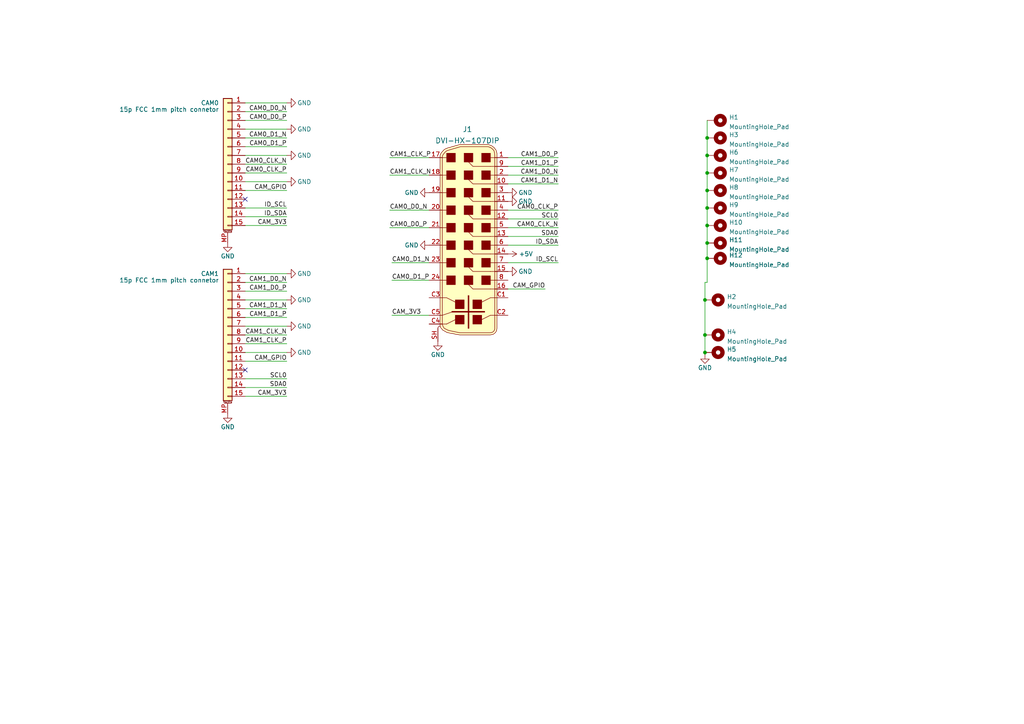
<source format=kicad_sch>
(kicad_sch (version 20211123) (generator eeschema)
  (paper "A4")
  (lib_symbols
    (symbol "Connector_Generic_MountingPin:Conn_01x15_MountingPin" (pin_names (offset 1.016) hide)
      (property "Reference" "J" (at 0 20.32 0))
      (property "Value" "Conn_01x15_MountingPin" (at 1.27 -20.32 0))
      (symbol "Conn_01x15_MountingPin_1_1"
        (rectangle (start -1.27 -17.653) (end 0 -17.907) (stroke (width 0.1524)))
        (rectangle (start -1.27 -15.113) (end 0 -15.367) (stroke (width 0.1524)))
        (rectangle (start -1.27 -12.573) (end 0 -12.827) (stroke (width 0.1524)))
        (rectangle (start -1.27 -10.033) (end 0 -10.287) (stroke (width 0.1524)))
        (rectangle (start -1.27 -7.493) (end 0 -7.747) (stroke (width 0.1524)))
        (rectangle (start -1.27 -4.953) (end 0 -5.207) (stroke (width 0.1524)))
        (rectangle (start -1.27 -2.413) (end 0 -2.667) (stroke (width 0.1524)))
        (rectangle (start -1.27 0.127) (end 0 -0.127) (stroke (width 0.1524)))
        (rectangle (start -1.27 2.667) (end 0 2.413) (stroke (width 0.1524)))
        (rectangle (start -1.27 5.207) (end 0 4.953) (stroke (width 0.1524)))
        (rectangle (start -1.27 7.747) (end 0 7.493) (stroke (width 0.1524)))
        (rectangle (start -1.27 10.287) (end 0 10.033) (stroke (width 0.1524)))
        (rectangle (start -1.27 12.827) (end 0 12.573) (stroke (width 0.1524)))
        (rectangle (start -1.27 15.367) (end 0 15.113) (stroke (width 0.1524)))
        (rectangle (start -1.27 17.907) (end 0 17.653) (stroke (width 0.1524)))
        (rectangle (start -1.27 19.05) (end 1.27 -19.05) (stroke (width 0.254)) (fill (type background)))
        (polyline (pts (xy -1.016 -19.812) (xy 1.016 -19.812)) (stroke (width 0.1524)))
        (text "Mounting" (at 0 -19.431 0) (effects (font (size 0.381 0.381))))
        (pin passive line (at -5.08 17.78 0) (length 3.81) (name "Pin_1") (number "1"))
        (pin passive line (at -5.08 -5.08 0) (length 3.81) (name "Pin_10") (number "10"))
        (pin passive line (at -5.08 -7.62 0) (length 3.81) (name "Pin_11") (number "11"))
        (pin passive line (at -5.08 -10.16 0) (length 3.81) (name "Pin_12") (number "12"))
        (pin passive line (at -5.08 -12.7 0) (length 3.81) (name "Pin_13") (number "13"))
        (pin passive line (at -5.08 -15.24 0) (length 3.81) (name "Pin_14") (number "14"))
        (pin passive line (at -5.08 -17.78 0) (length 3.81) (name "Pin_15") (number "15"))
        (pin passive line (at -5.08 15.24 0) (length 3.81) (name "Pin_2") (number "2"))
        (pin passive line (at -5.08 12.7 0) (length 3.81) (name "Pin_3") (number "3"))
        (pin passive line (at -5.08 10.16 0) (length 3.81) (name "Pin_4") (number "4"))
        (pin passive line (at -5.08 7.62 0) (length 3.81) (name "Pin_5") (number "5"))
        (pin passive line (at -5.08 5.08 0) (length 3.81) (name "Pin_6") (number "6"))
        (pin passive line (at -5.08 2.54 0) (length 3.81) (name "Pin_7") (number "7"))
        (pin passive line (at -5.08 0 0) (length 3.81) (name "Pin_8") (number "8"))
        (pin passive line (at -5.08 -2.54 0) (length 3.81) (name "Pin_9") (number "9"))
        (pin passive line (at 0 -22.86 90) (length 3.048) (name "MountPin") (number "MP"))
      )
    )
    (symbol "Mechanical:MountingHole_Pad" (pin_numbers hide) (pin_names (offset 1.016) hide)
      (property "Reference" "H" (at 0 6.35 0))
      (property "Value" "MountingHole_Pad" (at 0 4.445 0))
      (symbol "MountingHole_Pad_0_1"
        (circle (center 0 1.27) (radius 1.27) (stroke (width 1.27)))
      )
      (symbol "MountingHole_Pad_1_1"
        (pin input line (at 0 -2.54 90) (length 2.54) (name "1") (number "1"))
      )
    )
    (symbol "dk_USB-DVI-HDMI-Connectors:74320-9010" (pin_names (offset 1.016))
      (property "Reference" "J" (at -8.255 27.305 0))
      (property "Value" "74320-9010" (at -2.54 -29.845 0))
      (symbol "74320-9010_0_1"
        (arc (start -9.525 -26.035) (mid -9.9792 -26.2158) (end -10.16 -26.67))
        (rectangle (start -5.08 -11.43) (end -7.62 -13.97) (fill (type outline)))
        (rectangle (start -5.08 -6.35) (end -7.62 -8.89) (fill (type outline)))
        (rectangle (start -5.08 -1.27) (end -7.62 -3.81) (fill (type outline)))
        (rectangle (start -5.08 3.81) (end -7.62 1.27) (fill (type outline)))
        (rectangle (start -5.08 8.89) (end -7.62 6.35) (fill (type outline)))
        (rectangle (start -5.08 13.97) (end -7.62 11.43) (fill (type outline)))
        (rectangle (start -5.08 19.05) (end -7.62 16.51) (fill (type outline)))
        (rectangle (start -5.08 24.13) (end -7.62 21.59) (fill (type outline)))
        (rectangle (start -2.54 -22.86) (end -5.08 -25.4) (fill (type outline)))
        (rectangle (start -2.54 -18.415) (end -5.08 -20.955) (fill (type outline)))
        (rectangle (start -1.397 -17.145) (end -1.143 -26.67) (fill (type outline)))
        (rectangle (start 0 -11.43) (end -2.54 -13.97) (fill (type outline)))
        (rectangle (start 0 -6.35) (end -2.54 -8.89) (fill (type outline)))
        (rectangle (start 0 -1.27) (end -2.54 -3.81) (fill (type outline)))
        (polyline (pts (xy -8.89 -22.86) (xy -5.842 -21.844)))
        (polyline (pts (xy -7.62 -25.4) (xy -8.89 -25.4)))
        (polyline (pts (xy -7.62 -25.4) (xy -5.08 -24.13)))
        (polyline (pts (xy -7.62 -17.78) (xy -8.89 -17.78)))
        (polyline (pts (xy -7.62 -17.78) (xy -5.08 -19.05)))
        (polyline (pts (xy -7.62 -12.7) (xy -8.89 -12.7)))
        (polyline (pts (xy -7.62 -7.62) (xy -8.89 -7.62)))
        (polyline (pts (xy -7.62 -2.54) (xy -8.89 -2.54)))
        (polyline (pts (xy -7.62 2.54) (xy -8.89 2.54)))
        (polyline (pts (xy -7.62 7.62) (xy -8.89 7.62)))
        (polyline (pts (xy -7.62 12.7) (xy -8.89 12.7)))
        (polyline (pts (xy -7.62 17.78) (xy -8.89 17.78)))
        (polyline (pts (xy -7.62 22.86) (xy -8.89 22.86)))
        (polyline (pts (xy 5.08 -22.86) (xy 2.54 -24.13)))
        (polyline (pts (xy 5.08 -17.78) (xy 2.54 -19.05)))
        (polyline (pts (xy 5.08 22.86) (xy 5.08 22.86)))
        (polyline (pts (xy 6.35 -22.86) (xy 5.08 -22.86)))
        (polyline (pts (xy 6.35 -17.78) (xy 5.08 -17.78)))
        (polyline (pts (xy 6.35 -15.24) (xy 5.08 -15.24)))
        (polyline (pts (xy 6.35 -12.7) (xy 5.08 -12.7)))
        (polyline (pts (xy 6.35 -10.16) (xy 5.08 -10.16)))
        (polyline (pts (xy 6.35 -7.62) (xy 5.08 -7.62)))
        (polyline (pts (xy 6.35 -5.08) (xy 5.08 -5.08)))
        (polyline (pts (xy 6.35 -2.54) (xy 5.08 -2.54)))
        (polyline (pts (xy 6.35 0) (xy 5.08 0)))
        (polyline (pts (xy 6.35 2.54) (xy 5.08 2.54)))
        (polyline (pts (xy 6.35 5.08) (xy 5.08 5.08)))
        (polyline (pts (xy 6.35 7.62) (xy 5.08 7.62)))
        (polyline (pts (xy 6.35 10.16) (xy 5.08 10.16)))
        (polyline (pts (xy 6.35 12.7) (xy 5.08 12.7)))
        (polyline (pts (xy 6.35 15.24) (xy 5.08 15.24)))
        (polyline (pts (xy 6.35 17.78) (xy 5.08 17.78)))
        (polyline (pts (xy 6.35 20.32) (xy 5.08 20.32)))
        (polyline (pts (xy 6.35 22.86) (xy 5.08 22.86)))
        (polyline (pts (xy -1.27 -13.97) (xy 0 -15.24) (xy 5.08 -15.24)))
        (polyline (pts (xy -1.27 -8.89) (xy 0 -10.16) (xy 5.08 -10.16)))
        (polyline (pts (xy -1.27 -3.81) (xy 0 -5.08) (xy 5.08 -5.08)))
        (polyline (pts (xy -1.27 1.27) (xy 0 0) (xy 5.08 0)))
        (polyline (pts (xy -1.27 6.35) (xy 0 5.08) (xy 5.08 5.08)))
        (polyline (pts (xy -1.27 11.43) (xy 0 10.16) (xy 5.08 10.16)))
        (polyline (pts (xy -1.27 16.51) (xy 0 15.24) (xy 5.08 15.24)))
        (polyline (pts (xy -1.27 21.59) (xy 0 20.32) (xy 5.08 20.32)))
        (polyline (pts (xy 6.985 -26.67) (xy 6.985 24.13) (xy 6.6802 25.0952) (xy 6.1214 25.8064) (xy 5.4102 26.3144) (xy 4.445 26.67) (xy -3.7338 26.67) (xy -5.1054 26.289) (xy -7.5946 25.5778) (xy -8.3058 25.2222) (xy -8.8646 24.6126) (xy -9.2456 24.1046) (xy -9.4234 23.8506) (xy -9.525 23.495) (xy -9.525 -26.035) (xy -9.2964 -26.4922) (xy -8.763 -27.1526) (xy -7.4422 -27.8892) (xy -3.81 -28.575) (xy 5.08 -28.575) (xy 5.9182 -28.3718) (xy 6.5024 -27.9146) (xy 6.858 -27.3812) (xy 6.985 -26.67)) (fill (type background)))
        (polyline (pts (xy -8.89 22.86) (xy -8.8646 23.1648) (xy -8.763 23.5204) (xy -8.5852 23.7998) (xy -8.3058 24.1554) (xy -8.128 24.384) (xy -8.001 24.511) (xy -7.493 24.892) (xy -6.223 25.273) (xy -3.6068 26.035) (xy 0.635 26.035) (xy 4.445 26.035) (xy 5.1816 25.7556) (xy 5.6642 25.3746) (xy 5.8674 25.146) (xy 6.096 24.9174) (xy 6.1722 24.638) (xy 6.223 24.4094) (xy 6.2992 24.1046) (xy 6.35 23.495) (xy 6.35 -26.67) (xy 6.35 -26.8732) (xy 6.2484 -27.1272) (xy 6.0706 -27.4574) (xy 5.8928 -27.6352) (xy 5.6134 -27.813) (xy 5.3594 -27.8892) (xy 5.207 -27.8892) (xy 5.08 -27.94) (xy -3.81 -27.94) (xy -6.858 -27.305) (xy -7.239 -27.178) (xy -7.747 -26.924) (xy -8.001 -26.797) (xy -8.255 -26.67) (xy -8.382 -26.543) (xy -8.636 -26.162) (xy -8.6106 -26.2128) (xy -8.6868 -25.9842) (xy -8.763 -25.7556) (xy -8.8392 -25.5016) (xy -8.89 -25.4) (xy -8.89 22.86)) (fill (type background)))
        (rectangle (start 0 3.81) (end -2.54 1.27) (fill (type outline)))
        (rectangle (start 0 8.89) (end -2.54 6.35) (fill (type outline)))
        (rectangle (start 0 13.97) (end -2.54 11.43) (fill (type outline)))
        (rectangle (start 0 19.05) (end -2.54 16.51) (fill (type outline)))
        (rectangle (start 0 24.13) (end -2.54 21.59) (fill (type outline)))
        (rectangle (start 2.54 -22.86) (end 0 -25.4) (fill (type outline)))
        (rectangle (start 2.54 -18.415) (end 0 -20.955) (fill (type outline)))
        (rectangle (start 5.08 -11.43) (end 2.54 -13.97) (fill (type outline)))
        (rectangle (start 5.08 -6.35) (end 2.54 -8.89) (fill (type outline)))
        (rectangle (start 5.08 -1.27) (end 2.54 -3.81) (fill (type outline)))
        (rectangle (start 5.08 3.81) (end 2.54 1.27) (fill (type outline)))
        (rectangle (start 5.08 8.89) (end 2.54 6.35) (fill (type outline)))
        (rectangle (start 5.08 13.97) (end 2.54 11.43) (fill (type outline)))
        (rectangle (start 5.08 19.05) (end 2.54 16.51) (fill (type outline)))
        (rectangle (start 5.08 24.13) (end 2.54 21.59) (fill (type outline)))
      )
      (symbol "74320-9010_1_1"
        (rectangle (start -6.096 -21.971) (end 3.429 -21.717) (fill (type outline)))
        (pin passive line (at 10.16 22.86 180) (length 3.81) (name "~") (number "1"))
        (pin passive line (at 10.16 15.24 180) (length 3.81) (name "~") (number "10"))
        (pin passive line (at 10.16 10.16 180) (length 3.81) (name "~") (number "11"))
        (pin passive line (at 10.16 5.08 180) (length 3.81) (name "~") (number "12"))
        (pin passive line (at 10.16 0 180) (length 3.81) (name "~") (number "13"))
        (pin passive line (at 10.16 -5.08 180) (length 3.81) (name "~") (number "14"))
        (pin passive line (at 10.16 -10.16 180) (length 3.81) (name "~") (number "15"))
        (pin passive line (at 10.16 -15.24 180) (length 3.81) (name "~") (number "16"))
        (pin passive line (at -12.7 22.86 0) (length 3.81) (name "~") (number "17"))
        (pin passive line (at -12.7 17.78 0) (length 3.81) (name "~") (number "18"))
        (pin passive line (at -12.7 12.7 0) (length 3.81) (name "~") (number "19"))
        (pin passive line (at 10.16 17.78 180) (length 3.81) (name "~") (number "2"))
        (pin passive line (at -12.7 7.62 0) (length 3.81) (name "~") (number "20"))
        (pin passive line (at -12.7 2.54 0) (length 3.81) (name "~") (number "21"))
        (pin passive line (at -12.7 -2.54 0) (length 3.81) (name "~") (number "22"))
        (pin passive line (at -12.7 -7.62 0) (length 3.81) (name "~") (number "23"))
        (pin passive line (at -12.7 -12.7 0) (length 3.81) (name "~") (number "24"))
        (pin passive line (at 10.16 12.7 180) (length 3.81) (name "~") (number "3"))
        (pin passive line (at 10.16 7.62 180) (length 3.81) (name "~") (number "4"))
        (pin passive line (at 10.16 2.54 180) (length 3.81) (name "~") (number "5"))
        (pin passive line (at 10.16 -2.54 180) (length 3.81) (name "~") (number "6"))
        (pin passive line (at 10.16 -7.62 180) (length 3.81) (name "~") (number "7"))
        (pin passive line (at 10.16 -12.7 180) (length 3.81) (name "~") (number "8"))
        (pin passive line (at 10.16 20.32 180) (length 3.81) (name "~") (number "9"))
        (pin passive line (at 10.16 -17.78 180) (length 3.81) (name "~") (number "C1"))
        (pin passive line (at 10.16 -22.86 180) (length 3.81) (name "~") (number "C2"))
        (pin passive line (at -12.7 -17.78 0) (length 3.81) (name "~") (number "C3"))
        (pin passive line (at -12.7 -25.4 0) (length 3.81) (name "~") (number "C4"))
        (pin passive line (at -12.7 -22.86 0) (length 3.81) (name "~") (number "C5"))
        (pin passive line (at -10.16 -30.48 90) (length 3.81) (name "~") (number "SH"))
      )
    )
    (symbol "power:+5V" (power) (pin_names (offset 0))
      (property "Value" "+5V" (at 0 3.556 0))
      (symbol "+5V_0_1"
        (polyline (pts (xy -0.762 1.27) (xy 0 2.54)))
        (polyline (pts (xy 0 0) (xy 0 2.54)))
        (polyline (pts (xy 0 2.54) (xy 0.762 1.27)))
      )
      (symbol "+5V_1_1"
        (pin power_in line (at 0 0 90) (length 0) hide (name "+5V") (number "1"))
      )
    )
    (symbol "power:GND" (power) (pin_names (offset 0))
      (property "Value" "GND" (at 0 -3.81 0))
      (symbol "GND_0_1"
        (polyline (pts (xy 0 0) (xy 0 -1.27) (xy 1.27 -1.27) (xy 0 -2.54) (xy -1.27 -1.27) (xy 0 -1.27)))
      )
      (symbol "GND_1_1"
        (pin power_in line (at 0 0 270) (length 0) hide (name "GND") (number "1"))
      )
    )
  )
  (junction (at 204.47 97.155))
  (junction (at 205.105 40.005))
  (junction (at 205.105 65.405))
  (junction (at 205.105 50.165))
  (junction (at 205.105 74.93))
  (junction (at 204.47 86.995))
  (junction (at 205.105 55.245))
  (junction (at 205.105 60.325))
  (junction (at 205.105 70.485))
  (junction (at 205.105 45.085))
  (junction (at 204.47 102.235))
  (no_connect (at 71.12 57.785))
  (no_connect (at 71.12 107.315))
  (wire (pts (xy 204.47 86.995) (xy 204.47 97.155)))
  (wire (pts (xy 71.12 81.915) (xy 83.185 81.915)))
  (wire (pts (xy 71.12 97.155) (xy 83.185 97.155)))
  (wire (pts (xy 71.12 94.615) (xy 83.185 94.615)))
  (wire (pts (xy 71.12 79.375) (xy 83.185 79.375)))
  (wire (pts (xy 71.12 84.455) (xy 83.185 84.455)))
  (wire (pts (xy 71.12 86.995) (xy 83.185 86.995)))
  (wire (pts (xy 205.105 65.405) (xy 205.105 70.485)))
  (wire (pts (xy 71.12 89.535) (xy 83.185 89.535)))
  (wire (pts (xy 204.47 81.915) (xy 204.47 86.995)))
  (wire (pts (xy 205.105 55.245) (xy 205.105 60.325)))
  (wire (pts (xy 147.32 60.96) (xy 161.925 60.96)))
  (wire (pts (xy 205.105 60.325) (xy 205.105 65.405)))
  (wire (pts (xy 147.32 68.58) (xy 161.925 68.58)))
  (wire (pts (xy 71.12 92.075) (xy 83.185 92.075)))
  (wire (pts (xy 71.12 34.925) (xy 83.185 34.925)))
  (wire (pts (xy 71.12 55.245) (xy 83.185 55.245)))
  (wire (pts (xy 113.665 76.2) (xy 124.46 76.2)))
  (wire (pts (xy 113.665 81.28) (xy 124.46 81.28)))
  (wire (pts (xy 113.665 91.44) (xy 124.46 91.44)))
  (wire (pts (xy 113.03 60.96) (xy 124.46 60.96)))
  (wire (pts (xy 71.12 29.845) (xy 83.185 29.845)))
  (wire (pts (xy 71.12 50.165) (xy 83.185 50.165)))
  (wire (pts (xy 147.32 48.26) (xy 161.925 48.26)))
  (wire (pts (xy 71.12 109.855) (xy 83.185 109.855)))
  (wire (pts (xy 113.03 50.8) (xy 124.46 50.8)))
  (wire (pts (xy 147.32 66.04) (xy 161.925 66.04)))
  (wire (pts (xy 147.32 45.72) (xy 161.925 45.72)))
  (wire (pts (xy 71.12 40.005) (xy 83.185 40.005)))
  (wire (pts (xy 205.105 40.005) (xy 205.105 45.085)))
  (wire (pts (xy 71.12 62.865) (xy 83.185 62.865)))
  (wire (pts (xy 147.32 50.8) (xy 161.925 50.8)))
  (wire (pts (xy 204.47 102.235) (xy 204.47 102.87)))
  (wire (pts (xy 71.12 65.405) (xy 83.185 65.405)))
  (wire (pts (xy 71.12 32.385) (xy 83.185 32.385)))
  (wire (pts (xy 71.12 102.235) (xy 83.185 102.235)))
  (wire (pts (xy 71.12 45.085) (xy 83.185 45.085)))
  (wire (pts (xy 113.03 66.04) (xy 124.46 66.04)))
  (wire (pts (xy 71.12 104.775) (xy 83.185 104.775)))
  (wire (pts (xy 71.12 99.695) (xy 83.185 99.695)))
  (wire (pts (xy 71.12 47.625) (xy 83.185 47.625)))
  (wire (pts (xy 71.12 60.325) (xy 83.185 60.325)))
  (wire (pts (xy 113.03 45.72) (xy 124.46 45.72)))
  (wire (pts (xy 71.12 37.465) (xy 83.185 37.465)))
  (wire (pts (xy 147.32 53.34) (xy 161.925 53.34)))
  (wire (pts (xy 205.105 70.485) (xy 205.105 74.93)))
  (wire (pts (xy 71.12 112.395) (xy 83.185 112.395)))
  (wire (pts (xy 71.12 52.705) (xy 83.185 52.705)))
  (wire (pts (xy 147.32 76.2) (xy 161.925 76.2)))
  (wire (pts (xy 205.105 50.165) (xy 205.105 55.245)))
  (wire (pts (xy 147.32 71.12) (xy 161.925 71.12)))
  (wire (pts (xy 205.105 45.085) (xy 205.105 50.165)))
  (wire (pts (xy 71.12 42.545) (xy 83.185 42.545)))
  (wire (pts (xy 205.105 74.93) (xy 205.105 81.915)))
  (wire (pts (xy 147.32 63.5) (xy 161.925 63.5)))
  (wire (pts (xy 71.12 114.935) (xy 83.185 114.935)))
  (wire (pts (xy 205.105 34.925) (xy 205.105 40.005)))
  (wire (pts (xy 205.105 81.915) (xy 204.47 81.915)))
  (wire (pts (xy 204.47 97.155) (xy 204.47 102.235)))
  (wire (pts (xy 147.32 83.82) (xy 158.115 83.82)))
  (label "CAM0_CLK_P" (at 161.925 60.96 180))
  (label "SCL0" (at 83.185 109.855 180))
  (label "CAM_3V3" (at 83.185 65.405 180))
  (label "CAM_3V3" (at 83.185 114.935 180))
  (label "SCL0" (at 161.925 63.5 180))
  (label "CAM1_D0_N" (at 161.925 50.8 180))
  (label "CAM1_CLK_P" (at 113.03 45.72 0))
  (label "CAM0_CLK_P" (at 83.185 50.165 180))
  (label "CAM0_D0_N" (at 83.185 32.385 180))
  (label "CAM0_D0_P" (at 113.03 66.04 0))
  (label "CAM1_D1_N" (at 83.185 89.535 180))
  (label "CAM0_D0_N" (at 113.03 60.96 0))
  (label "CAM0_D1_N" (at 113.665 76.2 0))
  (label "SDA0" (at 161.925 68.58 180))
  (label "ID_SDA" (at 83.185 62.865 180))
  (label "CAM1_CLK_P" (at 83.185 99.695 180))
  (label "CAM0_CLK_N" (at 83.185 47.625 180))
  (label "ID_SCL" (at 83.185 60.325 180))
  (label "CAM1_D0_P" (at 161.925 45.72 180))
  (label "CAM_GPIO" (at 83.185 55.245 180))
  (label "CAM1_D1_N" (at 161.925 53.34 180))
  (label "CAM0_D0_P" (at 83.185 34.925 180))
  (label "CAM0_D1_P" (at 113.665 81.28 0))
  (label "CAM0_CLK_N" (at 161.925 66.04 180))
  (label "CAM1_CLK_N" (at 113.03 50.8 0))
  (label "ID_SCL" (at 161.925 76.2 180))
  (label "ID_SDA" (at 161.925 71.12 180))
  (label "CAM0_D1_N" (at 83.185 40.005 180))
  (label "CAM1_CLK_N" (at 83.185 97.155 180))
  (label "CAM0_D1_P" (at 83.185 42.545 180))
  (label "CAM1_D1_P" (at 83.185 92.075 180))
  (label "CAM_3V3" (at 113.665 91.44 0))
  (label "CAM1_D0_P" (at 83.185 84.455 180))
  (label "SDA0" (at 83.185 112.395 180))
  (label "CAM_GPIO" (at 83.185 104.775 180))
  (label "CAM1_D0_N" (at 83.185 81.915 180))
  (label "CAM1_D1_P" (at 161.925 48.26 180))
  (label "CAM_GPIO" (at 158.115 83.82 180))
  (symbol (lib_id "Mechanical:MountingHole_Pad") (at 207.645 74.93 270) (unit 1)
    (property "Reference" "H12" (at 211.455 74.0215 90) (effects (justify left)))
    (property "Value" "MountingHole_Pad" (at 211.455 76.7966 90) (effects (justify left)))
    (property "Footprint" "Eagle_WA-SMSI (rev21a):WA-SMSI_9774010360" (effects hide))
  )
  (symbol (lib_id "power:GND") (at 83.185 52.705 90) (unit 1)
    (property "Reference" "#PWR0107" (effects hide))
    (property "Value" "GND" (at 88.265 52.705 90))
  )
  (symbol (lib_id "power:GND") (at 66.04 70.485 0) (mirror y) (unit 1)
    (property "Reference" "#PWR0105" (effects hide))
    (property "Value" "GND" (at 66.04 74.295 0))
  )
  (symbol (lib_id "power:+5V") (at 147.32 73.66 270) (unit 1)
    (property "Reference" "#PWR0114" (effects hide))
    (property "Value" "+5V" (at 150.495 73.66 90) (effects (justify left)))
  )
  (symbol (lib_id "Mechanical:MountingHole_Pad") (at 207.01 86.995 270) (unit 1)
    (property "Reference" "H2" (at 210.82 86.0865 90) (effects (justify left)))
    (property "Value" "MountingHole_Pad" (at 210.82 88.8616 90) (effects (justify left)))
    (property "Footprint" "MountingHole:MountingHole_3.2mm_M3_Pad_Via" (effects hide))
  )
  (symbol (lib_id "Mechanical:MountingHole_Pad") (at 207.645 65.405 270) (unit 1)
    (property "Reference" "H10" (at 211.455 64.4965 90) (effects (justify left)))
    (property "Value" "MountingHole_Pad" (at 211.455 67.2716 90) (effects (justify left)))
    (property "Footprint" "Eagle_WA-SMSI (rev21a):WA-SMSI_9774010360" (effects hide))
  )
  (symbol (lib_id "power:GND") (at 83.185 45.085 90) (unit 1)
    (property "Reference" "#PWR0106" (effects hide))
    (property "Value" "GND" (at 88.265 45.085 90))
  )
  (symbol (lib_id "power:GND") (at 83.185 37.465 90) (unit 1)
    (property "Reference" "#PWR0104" (effects hide))
    (property "Value" "GND" (at 88.265 37.465 90))
  )
  (symbol (lib_id "power:GND") (at 147.32 55.88 90) (mirror x) (unit 1)
    (property "Reference" "#PWR0115" (effects hide))
    (property "Value" "GND" (at 152.4 55.88 90))
  )
  (symbol (lib_id "Mechanical:MountingHole_Pad") (at 207.645 40.005 270) (unit 1)
    (property "Reference" "H3" (at 211.455 39.0965 90) (effects (justify left)))
    (property "Value" "MountingHole_Pad" (at 211.455 41.8716 90) (effects (justify left)))
    (property "Footprint" "Eagle_WA-SMSI (rev21a):WA-SMSI_9774010360" (effects hide))
  )
  (symbol (lib_id "power:GND") (at 83.185 86.995 90) (unit 1)
    (property "Reference" "#PWR0111" (effects hide))
    (property "Value" "GND" (at 88.265 86.995 90))
  )
  (symbol (lib_id "Mechanical:MountingHole_Pad") (at 207.645 55.245 270) (unit 1)
    (property "Reference" "H8" (at 211.455 54.3365 90) (effects (justify left)))
    (property "Value" "MountingHole_Pad" (at 211.455 57.1116 90) (effects (justify left)))
    (property "Footprint" "Eagle_WA-SMSI (rev21a):WA-SMSI_9774010360" (effects hide))
  )
  (symbol (lib_id "Mechanical:MountingHole_Pad") (at 207.01 102.235 270) (unit 1)
    (property "Reference" "H5" (at 210.82 101.3265 90) (effects (justify left)))
    (property "Value" "MountingHole_Pad" (at 210.82 104.1016 90) (effects (justify left)))
    (property "Footprint" "MountingHole:MountingHole_3.2mm_M3_Pad_Via" (effects hide))
  )
  (symbol (lib_id "power:GND") (at 83.185 94.615 90) (unit 1)
    (property "Reference" "#PWR0108" (effects hide))
    (property "Value" "GND" (at 88.265 94.615 90))
  )
  (symbol (lib_id "power:GND") (at 83.185 29.845 90) (unit 1)
    (property "Reference" "#PWR0103" (effects hide))
    (property "Value" "GND" (at 88.265 29.845 90))
  )
  (symbol (lib_id "Mechanical:MountingHole_Pad") (at 207.01 97.155 270) (unit 1)
    (property "Reference" "H4" (at 210.82 96.2465 90) (effects (justify left)))
    (property "Value" "MountingHole_Pad" (at 210.82 99.0216 90) (effects (justify left)))
    (property "Footprint" "MountingHole:MountingHole_3.2mm_M3_Pad_Via" (effects hide))
  )
  (symbol (lib_id "power:GND") (at 66.04 120.015 0) (mirror y) (unit 1)
    (property "Reference" "#PWR0101" (effects hide))
    (property "Value" "GND" (at 66.04 123.825 0))
  )
  (symbol (lib_id "Mechanical:MountingHole_Pad") (at 207.645 60.325 270) (unit 1)
    (property "Reference" "H9" (at 211.455 59.4165 90) (effects (justify left)))
    (property "Value" "MountingHole_Pad" (at 211.455 62.1916 90) (effects (justify left)))
    (property "Footprint" "Eagle_WA-SMSI (rev21a):WA-SMSI_9774010360" (effects hide))
  )
  (symbol (lib_id "power:GND") (at 124.46 55.88 270) (mirror x) (unit 1)
    (property "Reference" "#PWR0116" (effects hide))
    (property "Value" "GND" (at 119.38 55.88 90))
  )
  (symbol (lib_id "Connector_Generic_MountingPin:Conn_01x15_MountingPin") (at 66.04 47.625 0) (mirror y) (unit 1)
    (property "Reference" "CAM0" (at 63.5 29.845 0) (effects (justify left)))
    (property "Value" "15p FCC 1mm pitch connetor" (at 63.5 31.75 0) (effects (justify left)))
    (property "Footprint" "Connector_FFC-FPC:TE_1-84952-5_1x15-1MP_P1.0mm_Horizontal" (effects hide))
  )
  (symbol (lib_id "power:GND") (at 127 99.06 0) (mirror y) (unit 1)
    (property "Reference" "#PWR0102" (effects hide))
    (property "Value" "GND" (at 127 102.87 0))
  )
  (symbol (lib_id "power:GND") (at 83.185 79.375 90) (unit 1)
    (property "Reference" "#PWR0109" (effects hide))
    (property "Value" "GND" (at 88.265 79.375 90))
  )
  (symbol (lib_id "Mechanical:MountingHole_Pad") (at 207.645 50.165 270) (unit 1)
    (property "Reference" "H7" (at 211.455 49.2565 90) (effects (justify left)))
    (property "Value" "MountingHole_Pad" (at 211.455 52.0316 90) (effects (justify left)))
    (property "Footprint" "Eagle_WA-SMSI (rev21a):WA-SMSI_9774010360" (effects hide))
  )
  (symbol (lib_id "Mechanical:MountingHole_Pad") (at 207.645 45.085 270) (unit 1)
    (property "Reference" "H6" (at 211.455 44.1765 90) (effects (justify left)))
    (property "Value" "MountingHole_Pad" (at 211.455 46.9516 90) (effects (justify left)))
    (property "Footprint" "Eagle_WA-SMSI (rev21a):WA-SMSI_9774010360" (effects hide))
  )
  (symbol (lib_id "power:GND") (at 83.185 102.235 90) (unit 1)
    (property "Reference" "#PWR0110" (effects hide))
    (property "Value" "GND" (at 88.265 102.235 90))
  )
  (symbol (lib_id "power:GND") (at 147.32 58.42 90) (mirror x) (unit 1)
    (property "Reference" "#PWR0113" (effects hide))
    (property "Value" "GND" (at 152.4 58.42 90))
  )
  (symbol (lib_id "power:GND") (at 124.46 71.12 270) (mirror x) (unit 1)
    (property "Reference" "#PWR0117" (effects hide))
    (property "Value" "GND" (at 119.38 71.12 90))
  )
  (symbol (lib_id "power:GND") (at 204.47 102.87 0) (mirror y) (unit 1)
    (property "Reference" "#PWR01" (effects hide))
    (property "Value" "GND" (at 204.47 106.68 0))
  )
  (symbol (lib_id "dk_USB-DVI-HDMI-Connectors:74320-9010") (at 137.16 68.58 0) (unit 1)
    (property "Reference" "J1" (at 135.5725 37.5061 0) (effects (font (size 1.524 1.524))))
    (property "Value" "DVI-HX-107DIP" (at 135.5725 40.7851 0) (effects (font (size 1.524 1.524))))
    (property "Footprint" "digikey-footprints:DVI_Female_74320-9010" (effects hide))
    (property "Datasheet" "https://datasheet.lcsc.com/lcsc/2201121730_HDGC-DVI-HX-107DIP_C2936242.pdf" (effects hide))
    (property "LCSC#" "C2936242" (effects hide))
    (property "MPN" " DVI-HX-107DIP" (effects hide))
    (property "Manufacturer" "HDGC or generic china " (effects hide))
  )
  (symbol (lib_id "Mechanical:MountingHole_Pad") (at 207.645 70.485 270) (unit 1)
    (property "Reference" "H11" (at 211.455 69.5765 90) (effects (justify left)))
    (property "Value" "MountingHole_Pad" (at 211.455 72.3516 90) (effects (justify left)))
    (property "Footprint" "Eagle_WA-SMSI (rev21a):WA-SMSI_9774010360" (effects hide))
  )
  (symbol (lib_id "Connector_Generic_MountingPin:Conn_01x15_MountingPin") (at 66.04 97.155 0) (mirror y) (unit 1)
    (property "Reference" "CAM1" (at 63.5 79.375 0) (effects (justify left)))
    (property "Value" "15p FCC 1mm pitch connetor" (at 63.5 81.28 0) (effects (justify left)))
    (property "Footprint" "Connector_FFC-FPC:TE_1-84952-5_1x15-1MP_P1.0mm_Horizontal" (effects hide))
  )
  (symbol (lib_id "power:GND") (at 147.32 78.74 90) (mirror x) (unit 1)
    (property "Reference" "#PWR0112" (effects hide))
    (property "Value" "GND" (at 152.4 78.74 90))
  )
  (symbol (lib_id "Mechanical:MountingHole_Pad") (at 207.645 34.925 270) (unit 1)
    (property "Reference" "H1" (at 211.455 34.0165 90) (effects (justify left)))
    (property "Value" "MountingHole_Pad" (at 211.455 36.7916 90) (effects (justify left)))
    (property "Footprint" "Eagle_WA-SMSI (rev21a):WA-SMSI_9774010360" (effects hide))
  )
)
</source>
